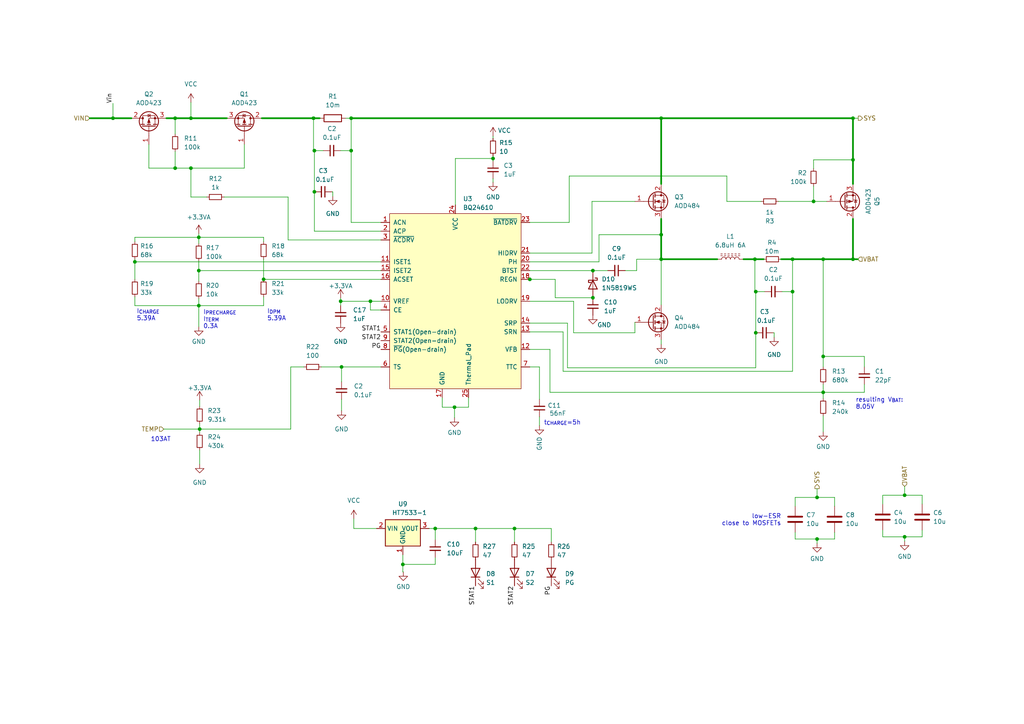
<source format=kicad_sch>
(kicad_sch (version 20230121) (generator eeschema)
  (paper "A4")
  (lib_symbols
    (symbol "Device:C" (pin_numbers hide) (pin_names (offset 0.254))
      (property "Reference" "C" (at 0.635 2.54 0))
      (property "Value" "C" (at 0.635 -2.54 0))
      (symbol "C_0_1"
        (polyline (pts (xy -2.032 -0.762) (xy 2.032 -0.762)) (stroke (width 0.508)))
        (polyline (pts (xy -2.032 0.762) (xy 2.032 0.762)) (stroke (width 0.508)))
      )
      (symbol "C_1_1"
        (pin passive line (at 0 3.81 270) (length 2.794) (name "~") (number "1"))
        (pin passive line (at 0 -3.81 90) (length 2.794) (name "~") (number "2"))
      )
    )
    (symbol "Device:C_Small" (pin_numbers hide) (pin_names (offset 0.254) hide)
      (property "Reference" "C" (at 0.254 1.778 0))
      (property "Value" "C_Small" (at 0.254 -2.032 0))
      (symbol "C_Small_0_1"
        (polyline (pts (xy -1.524 -0.508) (xy 1.524 -0.508)) (stroke (width 0.3302)))
        (polyline (pts (xy -1.524 0.508) (xy 1.524 0.508)) (stroke (width 0.3048)))
      )
      (symbol "C_Small_1_1"
        (pin passive line (at 0 2.54 270) (length 2.032) (name "~") (number "1"))
        (pin passive line (at 0 -2.54 90) (length 2.032) (name "~") (number "2"))
      )
    )
    (symbol "Device:LED" (pin_numbers hide) (pin_names (offset 1.016) hide)
      (property "Reference" "D" (at 0 2.54 0))
      (property "Value" "LED" (at 0 -2.54 0))
      (symbol "LED_0_1"
        (polyline (pts (xy -1.27 -1.27) (xy -1.27 1.27)) (stroke (width 0.254)))
        (polyline (pts (xy -1.27 0) (xy 1.27 0)))
        (polyline (pts (xy 1.27 -1.27) (xy 1.27 1.27) (xy -1.27 0) (xy 1.27 -1.27)) (stroke (width 0.254)))
        (polyline (pts (xy -3.048 -0.762) (xy -4.572 -2.286) (xy -3.81 -2.286) (xy -4.572 -2.286) (xy -4.572 -1.524)))
        (polyline (pts (xy -1.778 -0.762) (xy -3.302 -2.286) (xy -2.54 -2.286) (xy -3.302 -2.286) (xy -3.302 -1.524)))
      )
      (symbol "LED_1_1"
        (pin passive line (at -3.81 0 0) (length 2.54) (name "K") (number "1"))
        (pin passive line (at 3.81 0 180) (length 2.54) (name "A") (number "2"))
      )
    )
    (symbol "Device:L_Ferrite" (pin_numbers hide) (pin_names (offset 1.016) hide)
      (property "Reference" "L" (at -1.27 0 90))
      (property "Value" "L_Ferrite" (at 2.794 0 90))
      (symbol "L_Ferrite_0_1"
        (arc (start 0 -2.54) (mid 0.6323 -1.905) (end 0 -1.27))
        (arc (start 0 -1.27) (mid 0.6323 -0.635) (end 0 0))
        (polyline (pts (xy 1.016 -2.794) (xy 1.016 -2.286)))
        (polyline (pts (xy 1.016 -1.778) (xy 1.016 -1.27)))
        (polyline (pts (xy 1.016 -0.762) (xy 1.016 -0.254)))
        (polyline (pts (xy 1.016 0.254) (xy 1.016 0.762)))
        (polyline (pts (xy 1.016 1.27) (xy 1.016 1.778)))
        (polyline (pts (xy 1.016 2.286) (xy 1.016 2.794)))
        (polyline (pts (xy 1.524 -2.286) (xy 1.524 -2.794)))
        (polyline (pts (xy 1.524 -1.27) (xy 1.524 -1.778)))
        (polyline (pts (xy 1.524 -0.254) (xy 1.524 -0.762)))
        (polyline (pts (xy 1.524 0.762) (xy 1.524 0.254)))
        (polyline (pts (xy 1.524 1.778) (xy 1.524 1.27)))
        (polyline (pts (xy 1.524 2.794) (xy 1.524 2.286)))
        (arc (start 0 0) (mid 0.6323 0.635) (end 0 1.27))
        (arc (start 0 1.27) (mid 0.6323 1.905) (end 0 2.54))
      )
      (symbol "L_Ferrite_1_1"
        (pin passive line (at 0 3.81 270) (length 1.27) (name "1") (number "1"))
        (pin passive line (at 0 -3.81 90) (length 1.27) (name "2") (number "2"))
      )
    )
    (symbol "Device:Q_NMOS_GDS" (pin_names (offset 0) hide)
      (property "Reference" "Q" (at 5.08 1.27 0))
      (property "Value" "Q_NMOS_GDS" (at 5.08 -1.27 0))
      (symbol "Q_NMOS_GDS_0_1"
        (polyline (pts (xy 0.254 0) (xy -2.54 0)))
        (polyline (pts (xy 0.254 1.905) (xy 0.254 -1.905)) (stroke (width 0.254)))
        (polyline (pts (xy 0.762 -1.27) (xy 0.762 -2.286)) (stroke (width 0.254)))
        (polyline (pts (xy 0.762 0.508) (xy 0.762 -0.508)) (stroke (width 0.254)))
        (polyline (pts (xy 0.762 2.286) (xy 0.762 1.27)) (stroke (width 0.254)))
        (polyline (pts (xy 2.54 2.54) (xy 2.54 1.778)))
        (polyline (pts (xy 2.54 -2.54) (xy 2.54 0) (xy 0.762 0)))
        (polyline (pts (xy 0.762 -1.778) (xy 3.302 -1.778) (xy 3.302 1.778) (xy 0.762 1.778)))
        (polyline (pts (xy 1.016 0) (xy 2.032 0.381) (xy 2.032 -0.381) (xy 1.016 0)) (fill (type outline)))
        (polyline (pts (xy 2.794 0.508) (xy 2.921 0.381) (xy 3.683 0.381) (xy 3.81 0.254)))
        (polyline (pts (xy 3.302 0.381) (xy 2.921 -0.254) (xy 3.683 -0.254) (xy 3.302 0.381)))
        (circle (center 1.651 0) (radius 2.794) (stroke (width 0.254)))
        (circle (center 2.54 -1.778) (radius 0.254) (fill (type outline)))
        (circle (center 2.54 1.778) (radius 0.254) (fill (type outline)))
      )
      (symbol "Q_NMOS_GDS_1_1"
        (pin input line (at -5.08 0 0) (length 2.54) (name "G") (number "1"))
        (pin passive line (at 2.54 5.08 270) (length 2.54) (name "D") (number "2"))
        (pin passive line (at 2.54 -5.08 90) (length 2.54) (name "S") (number "3"))
      )
    )
    (symbol "Device:Q_PMOS_GDS" (pin_names (offset 0) hide)
      (property "Reference" "Q" (at 5.08 1.27 0))
      (property "Value" "Q_PMOS_GDS" (at 5.08 -1.27 0))
      (symbol "Q_PMOS_GDS_0_1"
        (polyline (pts (xy 0.254 0) (xy -2.54 0)))
        (polyline (pts (xy 0.254 1.905) (xy 0.254 -1.905)) (stroke (width 0.254)))
        (polyline (pts (xy 0.762 -1.27) (xy 0.762 -2.286)) (stroke (width 0.254)))
        (polyline (pts (xy 0.762 0.508) (xy 0.762 -0.508)) (stroke (width 0.254)))
        (polyline (pts (xy 0.762 2.286) (xy 0.762 1.27)) (stroke (width 0.254)))
        (polyline (pts (xy 2.54 2.54) (xy 2.54 1.778)))
        (polyline (pts (xy 2.54 -2.54) (xy 2.54 0) (xy 0.762 0)))
        (polyline (pts (xy 0.762 1.778) (xy 3.302 1.778) (xy 3.302 -1.778) (xy 0.762 -1.778)))
        (polyline (pts (xy 2.286 0) (xy 1.27 0.381) (xy 1.27 -0.381) (xy 2.286 0)) (fill (type outline)))
        (polyline (pts (xy 2.794 -0.508) (xy 2.921 -0.381) (xy 3.683 -0.381) (xy 3.81 -0.254)))
        (polyline (pts (xy 3.302 -0.381) (xy 2.921 0.254) (xy 3.683 0.254) (xy 3.302 -0.381)))
        (circle (center 1.651 0) (radius 2.794) (stroke (width 0.254)))
        (circle (center 2.54 -1.778) (radius 0.254) (fill (type outline)))
        (circle (center 2.54 1.778) (radius 0.254) (fill (type outline)))
      )
      (symbol "Q_PMOS_GDS_1_1"
        (pin input line (at -5.08 0 0) (length 2.54) (name "G") (number "1"))
        (pin passive line (at 2.54 5.08 270) (length 2.54) (name "D") (number "2"))
        (pin passive line (at 2.54 -5.08 90) (length 2.54) (name "S") (number "3"))
      )
    )
    (symbol "Device:R" (pin_numbers hide) (pin_names (offset 0))
      (property "Reference" "R" (at 2.032 0 90))
      (property "Value" "R" (at 0 0 90))
      (symbol "R_0_1"
        (rectangle (start -1.016 -2.54) (end 1.016 2.54) (stroke (width 0.254)))
      )
      (symbol "R_1_1"
        (pin passive line (at 0 3.81 270) (length 1.27) (name "~") (number "1"))
        (pin passive line (at 0 -3.81 90) (length 1.27) (name "~") (number "2"))
      )
    )
    (symbol "Device:R_Small" (pin_numbers hide) (pin_names (offset 0.254) hide)
      (property "Reference" "R" (at 0.762 0.508 0))
      (property "Value" "R_Small" (at 0.762 -1.016 0))
      (symbol "R_Small_0_1"
        (rectangle (start -0.762 1.778) (end 0.762 -1.778) (stroke (width 0.2032)))
      )
      (symbol "R_Small_1_1"
        (pin passive line (at 0 2.54 270) (length 0.762) (name "~") (number "1"))
        (pin passive line (at 0 -2.54 90) (length 0.762) (name "~") (number "2"))
      )
    )
    (symbol "Diode:1N5819WS" (pin_numbers hide) (pin_names (offset 1.016) hide)
      (property "Reference" "D" (at 0 2.54 0))
      (property "Value" "1N5819WS" (at 0 -2.54 0))
      (symbol "1N5819WS_0_1"
        (polyline (pts (xy 1.27 0) (xy -1.27 0)))
        (polyline (pts (xy 1.27 1.27) (xy 1.27 -1.27) (xy -1.27 0) (xy 1.27 1.27)) (stroke (width 0.254)))
        (polyline (pts (xy -1.905 0.635) (xy -1.905 1.27) (xy -1.27 1.27) (xy -1.27 -1.27) (xy -0.635 -1.27) (xy -0.635 -0.635)) (stroke (width 0.254)))
      )
      (symbol "1N5819WS_1_1"
        (pin passive line (at -3.81 0 0) (length 2.54) (name "K") (number "1"))
        (pin passive line (at 3.81 0 180) (length 2.54) (name "A") (number "2"))
      )
    )
    (symbol "Jitter Components:BQ24610" (pin_names (offset 1.016))
      (property "Reference" "U" (at 0 0 0))
      (property "Value" "BQ24610" (at 0 2.54 0))
      (symbol "BQ24610_0_1"
        (rectangle (start 19.05 25.4) (end -19.05 -25.4) (fill (type background)))
      )
      (symbol "BQ24610_1_1"
        (pin input line (at -21.59 22.86 0) (length 2.54) (name "ACN") (number "1"))
        (pin input line (at -21.59 0 0) (length 2.54) (name "VREF") (number "10"))
        (pin input line (at -21.59 11.43 0) (length 2.54) (name "ISET1") (number "11"))
        (pin output line (at 21.59 -13.97 180) (length 2.54) (name "VFB") (number "12"))
        (pin input line (at 21.59 -8.89 180) (length 2.54) (name "SRN") (number "13"))
        (pin input line (at 21.59 -6.35 180) (length 2.54) (name "SRP") (number "14"))
        (pin input line (at -21.59 8.89 0) (length 2.54) (name "ISET2") (number "15"))
        (pin input line (at -21.59 6.35 0) (length 2.54) (name "ACSET") (number "16"))
        (pin power_in line (at -3.81 -27.94 90) (length 2.54) (name "GND") (number "17"))
        (pin output line (at 21.59 6.35 180) (length 2.54) (name "REGN") (number "18"))
        (pin output line (at 21.59 0 180) (length 2.54) (name "LODRV") (number "19"))
        (pin input line (at -21.59 20.32 0) (length 2.54) (name "ACP") (number "2"))
        (pin output line (at 21.59 11.43 180) (length 2.54) (name "PH") (number "20"))
        (pin output line (at 21.59 13.97 180) (length 2.54) (name "HIDRV") (number "21"))
        (pin output line (at 21.59 8.89 180) (length 2.54) (name "BTST") (number "22"))
        (pin input line (at 21.59 22.86 180) (length 2.54) (name "~{BATDRV}") (number "23"))
        (pin power_in line (at 0 27.94 270) (length 2.54) (name "VCC") (number "24"))
        (pin power_in line (at 3.81 -27.94 90) (length 2.54) (name "Thermal_Pad") (number "25"))
        (pin output line (at -21.59 17.78 0) (length 2.54) (name "~{ACDRV}") (number "3"))
        (pin input line (at -21.59 -2.54 0) (length 2.54) (name "CE") (number "4"))
        (pin open_collector line (at -21.59 -8.89 0) (length 2.54) (name "STAT1(Open-drain)") (number "5"))
        (pin input line (at -21.59 -19.05 0) (length 2.54) (name "TS") (number "6"))
        (pin input line (at 21.59 -19.05 180) (length 2.54) (name "TTC") (number "7"))
        (pin open_collector line (at -21.59 -13.97 0) (length 2.54) (name "~{PG}(Open-drain)") (number "8"))
        (pin open_collector line (at -21.59 -11.43 0) (length 2.54) (name "STAT2(Open-drain)") (number "9"))
      )
    )
    (symbol "Regulator_Linear:HT75xx-1-SOT89"
      (property "Reference" "U" (at -5.08 -3.81 0))
      (property "Value" "HT75xx-1-SOT89" (at 0 6.35 0))
      (symbol "HT75xx-1-SOT89_0_1"
        (rectangle (start -5.08 5.08) (end 5.08 -2.54) (stroke (width 0.254)) (fill (type background)))
      )
      (symbol "HT75xx-1-SOT89_1_1"
        (pin power_in line (at 0 -5.08 90) (length 2.54) (name "GND") (number "1"))
        (pin power_in line (at -7.62 2.54 0) (length 2.54) (name "VIN") (number "2"))
        (pin power_out line (at 7.62 2.54 180) (length 2.54) (name "VOUT") (number "3"))
      )
    )
    (symbol "power:+3.3VA" (power) (pin_names (offset 0))
      (property "Value" "+3.3VA" (at 0 3.556 0))
      (symbol "+3.3VA_0_1"
        (polyline (pts (xy -0.762 1.27) (xy 0 2.54)))
        (polyline (pts (xy 0 0) (xy 0 2.54)))
        (polyline (pts (xy 0 2.54) (xy 0.762 1.27)))
      )
      (symbol "+3.3VA_1_1"
        (pin power_in line (at 0 0 90) (length 0) hide (name "+3.3VA") (number "1"))
      )
    )
    (symbol "power:GND" (power) (pin_names (offset 0))
      (property "Value" "GND" (at 0 -3.81 0))
      (symbol "GND_0_1"
        (polyline (pts (xy 0 0) (xy 0 -1.27) (xy 1.27 -1.27) (xy 0 -2.54) (xy -1.27 -1.27) (xy 0 -1.27)))
      )
      (symbol "GND_1_1"
        (pin power_in line (at 0 0 270) (length 0) hide (name "GND") (number "1"))
      )
    )
    (symbol "power:VCC" (power) (pin_names (offset 0))
      (property "Value" "VCC" (at 0 3.81 0))
      (symbol "VCC_0_1"
        (polyline (pts (xy -0.762 1.27) (xy 0 2.54)))
        (polyline (pts (xy 0 0) (xy 0 2.54)))
        (polyline (pts (xy 0 2.54) (xy 0.762 1.27)))
      )
      (symbol "VCC_1_1"
        (pin power_in line (at 0 0 90) (length 0) hide (name "VCC") (number "1"))
      )
    )
  )
  (junction (at 39.116 75.946))
  (junction (at 247.396 75.184))
  (junction (at 235.966 58.42))
  (junction (at 50.8 48.768))
  (junction (at 262.382 143.637))
  (junction (at 149.225 153.289))
  (junction (at 116.84 163.703))
  (junction (at 143.002 45.974))
  (junction (at 101.854 34.29))
  (junction (at 191.77 75.184))
  (junction (at 57.658 68.834))
  (junction (at 32.766 34.29))
  (junction (at 107.442 87.376))
  (junction (at 91.186 55.626))
  (junction (at 247.396 46.355))
  (junction (at 57.658 78.486))
  (junction (at 171.958 78.486))
  (junction (at 238.76 113.792))
  (junction (at 229.87 75.184))
  (junction (at 98.806 87.376))
  (junction (at 57.912 124.46))
  (junction (at 229.87 84.582))
  (junction (at 153.67 81.026))
  (junction (at 126.238 153.289))
  (junction (at 218.948 75.184))
  (junction (at 191.77 68.072))
  (junction (at 99.06 106.426))
  (junction (at 171.958 86.36))
  (junction (at 236.982 156.337))
  (junction (at 131.826 118.11))
  (junction (at 76.454 81.026))
  (junction (at 238.76 75.184))
  (junction (at 247.396 34.29))
  (junction (at 101.854 43.688))
  (junction (at 219.202 84.582))
  (junction (at 219.202 96.52))
  (junction (at 57.658 88.646))
  (junction (at 91.186 43.688))
  (junction (at 90.932 34.29))
  (junction (at 236.982 144.272))
  (junction (at 50.8 34.29))
  (junction (at 238.76 103.378))
  (junction (at 55.372 48.768))
  (junction (at 55.372 34.29))
  (junction (at 262.382 155.702))
  (junction (at 191.77 34.29))
  (junction (at 137.922 153.289))
  (wire (pts (xy 242.062 154.432) (xy 242.062 156.337)))
  (wire (pts (xy 137.922 153.289) (xy 137.922 157.226)))
  (wire (pts (xy 218.948 75.184) (xy 221.488 75.184)) (stroke (width 0.5)))
  (wire (pts (xy 236.982 144.272) (xy 242.062 144.272)))
  (wire (pts (xy 219.202 96.52) (xy 219.202 106.68)))
  (wire (pts (xy 57.912 124.46) (xy 84.328 124.46)))
  (wire (pts (xy 166.37 96.52) (xy 184.15 96.52)))
  (wire (pts (xy 70.866 48.768) (xy 70.866 41.91)))
  (wire (pts (xy 163.322 96.266) (xy 153.67 96.266)))
  (wire (pts (xy 184.15 96.52) (xy 184.15 93.472)))
  (wire (pts (xy 236.982 141.732) (xy 236.982 144.272)))
  (wire (pts (xy 91.186 55.626) (xy 91.186 67.056)))
  (wire (pts (xy 163.322 107.696) (xy 163.322 96.266)))
  (wire (pts (xy 238.76 75.184) (xy 247.396 75.184)) (stroke (width 0.5)))
  (wire (pts (xy 57.658 68.834) (xy 57.658 70.612)))
  (wire (pts (xy 110.49 89.916) (xy 107.442 89.916)))
  (wire (pts (xy 99.06 110.744) (xy 99.06 106.426)))
  (wire (pts (xy 50.8 43.942) (xy 50.8 48.768)))
  (wire (pts (xy 131.826 118.11) (xy 131.826 121.158)))
  (wire (pts (xy 250.698 113.792) (xy 250.698 111.506)))
  (wire (pts (xy 101.854 43.688) (xy 101.854 64.516)))
  (wire (pts (xy 184.658 75.184) (xy 191.77 75.184)))
  (wire (pts (xy 247.396 34.29) (xy 248.92 34.29)))
  (wire (pts (xy 65.024 57.15) (xy 83.566 57.15)))
  (wire (pts (xy 57.912 122.936) (xy 57.912 124.46)))
  (wire (pts (xy 262.382 141.097) (xy 262.382 143.637)))
  (wire (pts (xy 132.08 45.974) (xy 132.08 59.436)))
  (wire (pts (xy 230.632 156.337) (xy 230.632 154.432)))
  (wire (pts (xy 91.186 43.688) (xy 91.186 55.626)))
  (wire (pts (xy 236.982 156.337) (xy 230.632 156.337)))
  (wire (pts (xy 267.462 155.702) (xy 262.382 155.702)))
  (wire (pts (xy 250.698 103.378) (xy 238.76 103.378)))
  (wire (pts (xy 110.49 67.056) (xy 91.186 67.056)))
  (wire (pts (xy 57.658 88.646) (xy 57.658 94.742)))
  (wire (pts (xy 153.67 81.026) (xy 153.416 81.026)))
  (wire (pts (xy 149.225 153.289) (xy 149.225 157.226)))
  (wire (pts (xy 100.33 34.29) (xy 101.854 34.29)))
  (wire (pts (xy 50.8 34.29) (xy 50.8 38.862)))
  (wire (pts (xy 48.26 34.29) (xy 50.8 34.29)) (stroke (width 0.5)))
  (wire (pts (xy 153.67 73.406) (xy 171.704 73.406)))
  (wire (pts (xy 238.76 75.184) (xy 238.76 103.378)))
  (wire (pts (xy 76.454 68.834) (xy 76.454 70.104)))
  (wire (pts (xy 165.1 51.054) (xy 165.1 64.516)))
  (wire (pts (xy 184.658 78.486) (xy 181.356 78.486)))
  (wire (pts (xy 238.76 120.65) (xy 238.76 125.222)))
  (wire (pts (xy 224.282 96.52) (xy 224.536 96.52)))
  (wire (pts (xy 102.616 150.495) (xy 102.616 153.289)))
  (wire (pts (xy 57.658 75.692) (xy 57.658 78.486)))
  (wire (pts (xy 93.218 106.426) (xy 99.06 106.426)))
  (wire (pts (xy 191.77 63.5) (xy 191.77 68.072)) (stroke (width 0.5)))
  (wire (pts (xy 156.464 123.444) (xy 156.464 120.904)))
  (wire (pts (xy 229.87 75.184) (xy 238.76 75.184)) (stroke (width 0.5)))
  (wire (pts (xy 137.922 153.289) (xy 149.225 153.289)))
  (wire (pts (xy 99.06 106.426) (xy 110.49 106.426)))
  (wire (pts (xy 50.8 48.768) (xy 55.372 48.768)))
  (wire (pts (xy 153.67 87.376) (xy 166.37 87.376)))
  (wire (pts (xy 262.382 155.702) (xy 262.382 156.972)))
  (wire (pts (xy 164.592 93.726) (xy 164.592 106.68)))
  (wire (pts (xy 161.036 86.36) (xy 161.036 81.026)))
  (wire (pts (xy 50.8 34.29) (xy 55.372 34.29)) (stroke (width 0.5)))
  (wire (pts (xy 191.77 34.29) (xy 247.396 34.29)) (stroke (width 0.5)))
  (wire (pts (xy 57.658 88.646) (xy 76.454 88.646)))
  (wire (pts (xy 156.464 106.426) (xy 153.67 106.426)))
  (wire (pts (xy 101.854 34.29) (xy 191.77 34.29)) (stroke (width 0.5)))
  (wire (pts (xy 43.18 41.91) (xy 43.18 48.768)))
  (wire (pts (xy 153.67 101.346) (xy 159.512 101.346)))
  (wire (pts (xy 55.372 48.768) (xy 70.866 48.768)))
  (wire (pts (xy 102.616 153.289) (xy 109.22 153.289)))
  (wire (pts (xy 39.116 75.946) (xy 110.49 75.946)))
  (wire (pts (xy 171.704 73.406) (xy 171.704 58.42)))
  (wire (pts (xy 76.454 81.026) (xy 110.49 81.026)))
  (wire (pts (xy 143.002 45.974) (xy 143.002 45.212)))
  (wire (pts (xy 26.035 34.29) (xy 32.766 34.29)) (stroke (width 0.5)))
  (wire (pts (xy 235.966 46.355) (xy 247.396 46.355)))
  (wire (pts (xy 126.238 163.703) (xy 116.84 163.703)))
  (wire (pts (xy 90.932 34.29) (xy 90.932 43.688)))
  (wire (pts (xy 55.372 34.29) (xy 65.786 34.29)) (stroke (width 0.5)))
  (wire (pts (xy 128.27 118.11) (xy 131.826 118.11)))
  (wire (pts (xy 262.382 143.637) (xy 256.032 143.637)))
  (wire (pts (xy 267.462 153.797) (xy 267.462 155.702)))
  (wire (pts (xy 242.062 144.272) (xy 242.062 146.812)))
  (wire (pts (xy 126.238 153.289) (xy 126.238 156.591)))
  (wire (pts (xy 98.806 43.688) (xy 101.854 43.688)))
  (wire (pts (xy 107.442 89.916) (xy 107.442 87.376)))
  (wire (pts (xy 173.736 68.072) (xy 191.77 68.072)))
  (wire (pts (xy 57.658 78.486) (xy 57.658 81.534)))
  (wire (pts (xy 210.82 58.42) (xy 210.82 51.054)))
  (wire (pts (xy 220.726 58.42) (xy 210.82 58.42)))
  (wire (pts (xy 57.912 124.46) (xy 57.912 125.476)))
  (wire (pts (xy 32.766 29.972) (xy 32.766 34.29)))
  (wire (pts (xy 238.76 103.378) (xy 238.76 106.426)))
  (wire (pts (xy 137.922 153.289) (xy 126.238 153.289)))
  (wire (pts (xy 238.76 113.792) (xy 238.76 115.57)))
  (wire (pts (xy 98.806 87.376) (xy 98.806 88.646)))
  (wire (pts (xy 171.958 78.486) (xy 171.958 78.74)))
  (wire (pts (xy 83.566 69.596) (xy 110.49 69.596)))
  (wire (pts (xy 191.77 98.552) (xy 191.77 99.822)))
  (wire (pts (xy 76.454 88.646) (xy 76.454 86.106)))
  (wire (pts (xy 247.396 34.29) (xy 247.396 46.355)) (stroke (width 0.5)))
  (wire (pts (xy 110.49 64.516) (xy 101.854 64.516)))
  (wire (pts (xy 191.77 75.184) (xy 208.026 75.184)) (stroke (width 0.5)))
  (wire (pts (xy 218.948 75.184) (xy 218.948 84.582)))
  (wire (pts (xy 248.793 75.184) (xy 247.396 75.184)) (stroke (width 0.5)))
  (wire (pts (xy 238.76 113.792) (xy 159.512 113.792)))
  (wire (pts (xy 224.536 96.52) (xy 224.536 97.79)))
  (wire (pts (xy 229.87 75.184) (xy 229.87 84.582)))
  (wire (pts (xy 247.396 46.355) (xy 247.396 53.34)) (stroke (width 0.5)))
  (wire (pts (xy 161.036 86.36) (xy 171.958 86.36)))
  (wire (pts (xy 215.646 75.184) (xy 218.948 75.184)) (stroke (width 0.5)))
  (wire (pts (xy 239.776 58.42) (xy 235.966 58.42)))
  (wire (pts (xy 39.116 68.834) (xy 57.658 68.834)))
  (wire (pts (xy 235.966 53.975) (xy 235.966 58.42)))
  (wire (pts (xy 57.658 67.818) (xy 57.658 68.834)))
  (wire (pts (xy 173.736 75.946) (xy 173.736 68.072)))
  (wire (pts (xy 156.464 115.824) (xy 156.464 106.426)))
  (wire (pts (xy 135.89 118.11) (xy 135.89 115.316)))
  (wire (pts (xy 32.766 34.29) (xy 32.512 34.29)))
  (wire (pts (xy 76.454 75.184) (xy 76.454 81.026)))
  (wire (pts (xy 143.002 46.736) (xy 143.002 45.974)))
  (wire (pts (xy 153.67 93.726) (xy 164.592 93.726)))
  (wire (pts (xy 47.498 124.46) (xy 57.912 124.46)))
  (wire (pts (xy 55.372 57.15) (xy 55.372 48.768)))
  (wire (pts (xy 229.87 84.582) (xy 229.87 107.696)))
  (wire (pts (xy 226.568 75.184) (xy 229.87 75.184)) (stroke (width 0.5)))
  (wire (pts (xy 84.328 106.426) (xy 88.138 106.426)))
  (wire (pts (xy 218.948 84.582) (xy 219.202 84.582)))
  (wire (pts (xy 143.002 40.132) (xy 143.002 39.497)))
  (wire (pts (xy 57.912 130.556) (xy 57.912 134.62)))
  (wire (pts (xy 116.84 163.703) (xy 116.84 165.862)))
  (wire (pts (xy 267.462 143.637) (xy 267.462 146.177)))
  (wire (pts (xy 171.958 78.486) (xy 176.276 78.486)))
  (wire (pts (xy 43.18 48.768) (xy 50.8 48.768)))
  (wire (pts (xy 39.116 88.646) (xy 57.658 88.646)))
  (wire (pts (xy 39.116 86.106) (xy 39.116 88.646)))
  (wire (pts (xy 96.52 55.626) (xy 96.52 56.896)))
  (wire (pts (xy 39.116 70.104) (xy 39.116 68.834)))
  (wire (pts (xy 99.06 119.126) (xy 99.06 115.824)))
  (wire (pts (xy 57.912 116.078) (xy 57.912 117.856)))
  (wire (pts (xy 59.944 57.15) (xy 55.372 57.15)))
  (wire (pts (xy 143.002 45.974) (xy 132.08 45.974)))
  (wire (pts (xy 219.202 84.582) (xy 221.742 84.582)))
  (wire (pts (xy 166.37 87.376) (xy 166.37 96.52)))
  (wire (pts (xy 90.932 34.29) (xy 92.71 34.29)) (stroke (width 0.5)))
  (wire (pts (xy 161.036 81.026) (xy 153.67 81.026)))
  (wire (pts (xy 225.806 58.42) (xy 235.966 58.42)))
  (wire (pts (xy 116.84 160.909) (xy 116.84 163.703)))
  (wire (pts (xy 191.77 68.072) (xy 191.77 75.184)) (stroke (width 0.5)))
  (wire (pts (xy 126.238 161.671) (xy 126.238 163.703)))
  (wire (pts (xy 210.82 51.054) (xy 165.1 51.054)))
  (wire (pts (xy 236.982 156.337) (xy 236.982 157.607)))
  (wire (pts (xy 128.27 115.316) (xy 128.27 118.11)))
  (wire (pts (xy 96.266 55.626) (xy 96.52 55.626)))
  (wire (pts (xy 226.822 84.582) (xy 229.87 84.582)))
  (wire (pts (xy 153.67 75.946) (xy 173.736 75.946)))
  (wire (pts (xy 191.77 34.29) (xy 191.77 53.34)) (stroke (width 0.5)))
  (wire (pts (xy 238.76 111.506) (xy 238.76 113.792)))
  (wire (pts (xy 90.932 43.688) (xy 91.186 43.688)))
  (wire (pts (xy 101.854 34.29) (xy 101.854 43.688)))
  (wire (pts (xy 107.442 87.376) (xy 98.806 87.376)))
  (wire (pts (xy 84.328 124.46) (xy 84.328 106.426)))
  (wire (pts (xy 83.566 57.15) (xy 83.566 69.596)))
  (wire (pts (xy 32.766 34.29) (xy 38.1 34.29)) (stroke (width 0.5)))
  (wire (pts (xy 159.512 113.792) (xy 159.512 101.346)))
  (wire (pts (xy 256.032 143.637) (xy 256.032 146.177)))
  (wire (pts (xy 164.592 106.68) (xy 219.202 106.68)))
  (wire (pts (xy 39.116 75.946) (xy 39.116 81.026)))
  (wire (pts (xy 242.062 156.337) (xy 236.982 156.337)))
  (wire (pts (xy 256.032 155.702) (xy 256.032 153.797)))
  (wire (pts (xy 116.84 165.862) (xy 116.967 165.862)))
  (wire (pts (xy 229.87 107.696) (xy 163.322 107.696)))
  (wire (pts (xy 262.382 155.702) (xy 256.032 155.702)))
  (wire (pts (xy 57.658 86.614) (xy 57.658 88.646)))
  (wire (pts (xy 230.632 144.272) (xy 230.632 146.812)))
  (wire (pts (xy 235.966 48.895) (xy 235.966 46.355)))
  (wire (pts (xy 153.67 78.486) (xy 171.958 78.486)))
  (wire (pts (xy 149.225 153.289) (xy 159.893 153.289)))
  (wire (pts (xy 250.698 106.426) (xy 250.698 103.378)))
  (wire (pts (xy 191.77 75.184) (xy 191.77 88.392)))
  (wire (pts (xy 238.76 113.792) (xy 250.698 113.792)))
  (wire (pts (xy 91.186 43.688) (xy 93.726 43.688)))
  (wire (pts (xy 55.372 29.718) (xy 55.372 34.29)))
  (wire (pts (xy 153.67 64.516) (xy 165.1 64.516)))
  (wire (pts (xy 219.202 84.582) (xy 219.202 96.52)))
  (wire (pts (xy 126.238 153.289) (xy 124.46 153.289)))
  (wire (pts (xy 171.704 58.42) (xy 184.15 58.42)))
  (wire (pts (xy 262.382 143.637) (xy 267.462 143.637)))
  (wire (pts (xy 236.982 144.272) (xy 230.632 144.272)))
  (wire (pts (xy 39.116 75.184) (xy 39.116 75.946)))
  (wire (pts (xy 98.806 87.376) (xy 98.806 86.487)))
  (wire (pts (xy 247.396 63.5) (xy 247.396 75.184)) (stroke (width 0.5)))
  (wire (pts (xy 159.893 153.289) (xy 159.893 157.226)))
  (wire (pts (xy 131.826 118.11) (xy 135.89 118.11)))
  (wire (pts (xy 57.658 68.834) (xy 76.454 68.834)))
  (wire (pts (xy 57.658 78.486) (xy 110.49 78.486)))
  (wire (pts (xy 143.002 52.832) (xy 143.002 51.816)))
  (wire (pts (xy 75.946 34.29) (xy 90.932 34.29)) (stroke (width 0.5)))
  (wire (pts (xy 110.49 87.376) (xy 107.442 87.376)))
  (wire (pts (xy 184.658 78.486) (xy 184.658 75.184)))
  (text "low-ESR\nclose to MOSFETs" (at 226.568 152.654 0) (effects (font (size 1.27 1.27)) (justify right bottom)))
  (text "I_{PRECHARGE}\nI_{TERM}\n0.3A" (at 58.928 95.504 0) (effects (font (size 1.27 1.27)) (justify left bottom)))
  (text "resulting V_{BAT}:\n8.05V" (at 248.158 118.872 0) (effects (font (size 1.27 1.27)) (justify left bottom)))
  (text "t_{CHARGE}=5h" (at 157.734 123.444 0) (effects (font (size 1.27 1.27)) (justify left bottom)))
  (text "I_{CHARGE}\n5.39A" (at 39.624 93.218 0) (effects (font (size 1.27 1.27)) (justify left bottom)))
  (text "I_{DPM}\n5.39A" (at 77.47 93.218 0) (effects (font (size 1.27 1.27)) (justify left bottom)))
  (text "103AT" (at 43.688 128.27 0) (effects (font (size 1.27 1.27)) (justify left bottom)))
  (label "STAT1" (at 110.49 96.266 180))
  (label "PG" (at 110.49 101.346 180))
  (label "STAT2" (at 149.225 169.926 270))
  (label "STAT2" (at 110.49 98.806 180))
  (label "PG" (at 159.893 169.926 270))
  (label "STAT1" (at 137.922 169.926 270))
  (label "Vin" (at 32.766 29.972 90))
  (hierarchical_label "VBAT" (shape input) (at 262.382 141.097 90))
  (hierarchical_label "SYS" (shape output) (at 248.92 34.29 0))
  (hierarchical_label "VIN" (shape input) (at 26.035 34.29 180))
  (hierarchical_label "VBAT" (shape input) (at 248.793 75.184 0))
  (hierarchical_label "SYS" (shape output) (at 236.982 141.732 90))
  (hierarchical_label "TEMP" (shape input) (at 47.498 124.46 180))
  (symbol (lib_id "Device:C_Small") (at 99.06 113.284 180) (unit 1)
    (property "Reference" "C2" (at 102.616 112.0076 0) (effects (justify right)))
    (property "Value" "0.1uF" (at 102.616 114.5476 0) (effects (justify right)))
    (property "Footprint" "Capacitor_SMD:C_0805_2012Metric" (effects hide))
    (instances (project "ups-12v" (path "" (reference "C2") (unit 1)) (path "" (reference "C18") (unit 1))))
  )
  (symbol (lib_id "power:+3.3VA") (at 57.912 116.078 0) (unit 1)
    (property "Reference" "#PWR029" (effects hide))
    (property "Value" "+3.3VA" (at 57.912 112.522 0))
  )
  (symbol (lib_id "power:GND") (at 191.77 99.822 0) (unit 1)
    (property "Reference" "#PWR01" (effects hide))
    (property "Value" "GND" (at 191.77 104.902 0))
    (instances (project "ups-12v" (path "" (reference "#PWR01") (unit 1)) (path "" (reference "#PWR04") (unit 1))))
  )
  (symbol (lib_id "power:VCC") (at 55.372 29.718 0) (unit 1)
    (property "Reference" "#PWR011" (effects hide))
    (property "Value" "VCC" (at 55.372 24.384 0))
  )
  (symbol (lib_id "Regulator_Linear:HT75xx-1-SOT89") (at 116.84 155.829 0) (unit 1)
    (property "Reference" "U9" (at 116.84 146.177 0))
    (property "Value" "    HT7533-1" (at 116.84 148.717 0))
    (property "Footprint" "Package_TO_SOT_SMD:SOT-89-3" (effects hide))
    (property "Datasheet" "https://www.holtek.com/documents/10179/116711/HT75xx-1v250.pdf" (effects hide))
  )
  (symbol (lib_id "power:GND") (at 116.967 165.862 0) (unit 1)
    (property "Reference" "#PWR017" (effects hide))
    (property "Value" "GND" (at 116.967 170.18 0))
  )
  (symbol (lib_id "Device:C") (at 256.032 149.987 0) (unit 1)
    (property "Reference" "C4" (at 259.207 148.717 0) (effects (justify left)))
    (property "Value" "10u" (at 259.207 151.257 0) (effects (justify left)))
    (property "Footprint" "Capacitor_SMD:C_0805_2012Metric" (effects hide))
    (instances (project "ups-12v" (path "" (reference "C4") (unit 1)) (path "" (reference "C9") (unit 1))))
  )
  (symbol (lib_id "power:VCC") (at 102.616 150.495 0) (unit 1)
    (property "Reference" "#PWR037" (effects hide))
    (property "Value" "VCC" (at 102.616 145.161 0))
  )
  (symbol (lib_id "Device:C_Small") (at 178.816 78.486 270) (unit 1)
    (property "Reference" "C9" (at 178.8096 72.136 90))
    (property "Value" "0.1uF" (at 178.8096 74.676 90))
    (property "Footprint" "Capacitor_SMD:C_0805_2012Metric" (effects hide))
    (instances (project "ups-12v" (path "" (reference "C9") (unit 1)) (path "" (reference "C5") (unit 1))))
  )
  (symbol (lib_id "power:GND") (at 98.806 93.726 0) (unit 1)
    (property "Reference" "#PWR024" (effects hide))
    (property "Value" "GND" (at 98.806 99.06 0))
  )
  (symbol (lib_id "Device:R_Small") (at 57.912 120.396 180) (unit 1)
    (property "Reference" "R23" (at 60.198 119.126 0) (effects (justify right)))
    (property "Value" "9.31k" (at 60.198 121.666 0) (effects (justify right)))
    (property "Footprint" "Resistor_SMD:R_0805_2012Metric" (effects hide))
  )
  (symbol (lib_id "Device:C_Small") (at 143.002 49.276 0) (unit 1)
    (property "Reference" "C3" (at 146.05 48.0123 0) (effects (justify left)))
    (property "Value" "1uF" (at 146.05 50.5523 0) (effects (justify left)))
    (property "Footprint" "Capacitor_SMD:C_0805_2012Metric" (effects hide))
  )
  (symbol (lib_id "power:GND") (at 96.52 56.896 0) (unit 1)
    (property "Reference" "#PWR02" (effects hide))
    (property "Value" "GND" (at 96.52 61.976 0))
    (instances (project "ups-12v" (path "" (reference "#PWR02") (unit 1)) (path "" (reference "#PWR022") (unit 1))))
  )
  (symbol (lib_id "power:VCC") (at 143.002 39.497 0) (unit 1)
    (property "Reference" "#PWR036" (effects hide))
    (property "Value" "VCC" (at 146.304 37.846 0))
  )
  (symbol (lib_id "power:GND") (at 156.464 123.444 0) (unit 1)
    (property "Reference" "#PWR06" (effects hide))
    (property "Value" "GND" (at 156.464 126.619 90) (effects (justify right)))
    (instances (project "ups-12v" (path "" (reference "#PWR06") (unit 1)) (path "" (reference "#PWR021") (unit 1))))
  )
  (symbol (lib_id "Device:Q_PMOS_GDS") (at 43.18 36.83 90) (unit 1)
    (property "Reference" "Q2" (at 43.18 27.305 90))
    (property "Value" "AOD423" (at 43.18 29.845 90))
    (property "Footprint" "Package_TO_SOT_SMD:TO-252-2" (effects hide))
  )
  (symbol (lib_id "Device:R_Small") (at 57.658 84.074 0) (unit 1)
    (property "Reference" "R20" (at 59.69 82.804 0) (effects (justify left)))
    (property "Value" "10k" (at 59.69 85.344 0) (effects (justify left)))
    (property "Footprint" "Resistor_SMD:R_0805_2012Metric" (effects hide))
  )
  (symbol (lib_id "Device:R_Small") (at 76.454 72.644 0) (unit 1)
    (property "Reference" "R18" (at 78.74 71.374 0) (effects (justify left)))
    (property "Value" "68k" (at 78.74 73.914 0) (effects (justify left)))
    (property "Footprint" "Resistor_SMD:R_0805_2012Metric" (effects hide))
  )
  (symbol (lib_id "Diode:1N5819WS") (at 171.958 82.55 270) (unit 1)
    (property "Reference" "D10" (at 174.498 80.9625 90) (effects (justify left)))
    (property "Value" "1N5819WS" (at 174.498 83.5025 90) (effects (justify left)))
    (property "Footprint" "Diode_SMD:D_SOD-323" (effects hide))
    (property "Datasheet" "https://datasheet.lcsc.com/lcsc/2204281430_Guangdong-Hottech-1N5819WS_C191023.pdf" (effects hide))
  )
  (symbol (lib_id "Device:C_Small") (at 171.958 88.9 0) (unit 1)
    (property "Reference" "C10" (at 175.133 87.6363 0) (effects (justify left)))
    (property "Value" "1uF" (at 175.133 90.1763 0) (effects (justify left)))
    (property "Footprint" "Capacitor_SMD:C_0805_2012Metric" (effects hide))
    (instances (project "ups-12v" (path "" (reference "C10") (unit 1)) (path "" (reference "C4") (unit 1))))
  )
  (symbol (lib_id "power:GND") (at 224.536 97.79 0) (unit 1)
    (property "Reference" "#PWR02" (effects hide))
    (property "Value" "GND" (at 224.536 102.87 0))
    (instances (project "ups-12v" (path "" (reference "#PWR02") (unit 1)) (path "" (reference "#PWR01") (unit 1))))
  )
  (symbol (lib_id "power:GND") (at 131.826 121.158 0) (unit 1)
    (property "Reference" "#PWR027" (effects hide))
    (property "Value" "GND" (at 131.826 125.476 0))
  )
  (symbol (lib_id "Device:C_Small") (at 224.282 84.582 90) (unit 1)
    (property "Reference" "C2" (at 224.2883 78.232 90))
    (property "Value" "0.1uF" (at 224.2883 80.772 90))
    (property "Footprint" "Capacitor_SMD:C_0805_2012Metric" (effects hide))
    (instances (project "ups-12v" (path "" (reference "C2") (unit 1)) (path "" (reference "C6") (unit 1))))
  )
  (symbol (lib_id "Device:R_Small") (at 57.658 73.152 0) (unit 1)
    (property "Reference" "R17" (at 59.69 71.882 0) (effects (justify left)))
    (property "Value" "100k" (at 59.69 74.422 0) (effects (justify left)))
    (property "Footprint" "Resistor_SMD:R_0805_2012Metric" (effects hide))
  )
  (symbol (lib_id "Device:Q_NMOS_GDS") (at 189.23 58.42 0) (unit 1)
    (property "Reference" "Q3" (at 195.58 57.15 0) (effects (justify left)))
    (property "Value" "AOD484" (at 195.58 59.69 0) (effects (justify left)))
    (property "Footprint" "Package_TO_SOT_SMD:TO-252-2" (effects hide))
  )
  (symbol (lib_id "Device:R_Small") (at 90.678 106.426 90) (unit 1)
    (property "Reference" "R22" (at 90.678 100.584 90))
    (property "Value" "100" (at 90.678 103.124 90))
    (property "Footprint" "Resistor_SMD:R_0805_2012Metric" (effects hide))
  )
  (symbol (lib_id "Device:R_Small") (at 143.002 42.672 0) (unit 1)
    (property "Reference" "R15" (at 144.78 41.402 0) (effects (justify left)))
    (property "Value" "10" (at 144.78 43.942 0) (effects (justify left)))
    (property "Footprint" "Resistor_SMD:R_0805_2012Metric" (effects hide))
  )
  (symbol (lib_id "Device:L_Ferrite") (at 211.836 75.184 90) (unit 1)
    (property "Reference" "L1" (at 211.836 68.58 90))
    (property "Value" "6.8uH 6A" (at 211.836 71.12 90))
    (property "Footprint" "Inductor_SMD:L_Fastron_PISR" (effects hide))
  )
  (symbol (lib_id "power:+3.3VA") (at 57.658 67.818 0) (unit 1)
    (property "Reference" "#PWR025" (effects hide))
    (property "Value" "+3.3VA" (at 57.658 62.992 0))
  )
  (symbol (lib_id "Jitter Components:BQ24610") (at 132.08 87.376 0) (unit 1)
    (property "Reference" "U3" (at 134.2741 57.658 0) (effects (justify left)))
    (property "Value" "BQ24610" (at 134.2741 60.198 0) (effects (justify left)))
    (property "Footprint" "Package_DFN_QFN:VQFN-24-1EP_4x4mm_P0.5mm_EP2.45x2.45mm_ThermalVias" (effects hide))
  )
  (symbol (lib_id "Device:R") (at 96.52 34.29 90) (unit 1)
    (property "Reference" "R1" (at 96.52 27.94 90))
    (property "Value" "10m" (at 96.52 30.48 90))
    (property "Footprint" "Resistor_SMD:R_2512_6332Metric" (effects hide))
  )
  (symbol (lib_id "Device:R_Small") (at 57.912 128.016 180) (unit 1)
    (property "Reference" "R24" (at 60.198 126.746 0) (effects (justify right)))
    (property "Value" "430k" (at 60.198 129.286 0) (effects (justify right)))
    (property "Footprint" "Resistor_SMD:R_0805_2012Metric" (effects hide))
  )
  (symbol (lib_id "Device:C") (at 242.062 150.622 0) (unit 1)
    (property "Reference" "C8" (at 245.237 149.352 0) (effects (justify left)))
    (property "Value" "10u" (at 245.237 151.892 0) (effects (justify left)))
    (property "Footprint" "Capacitor_SMD:C_0805_2012Metric" (effects hide))
  )
  (symbol (lib_id "Device:C_Small") (at 93.726 55.626 270) (unit 1)
    (property "Reference" "C3" (at 93.7196 49.53 90))
    (property "Value" "0.1uF" (at 94.234 52.07 90))
    (property "Footprint" "Capacitor_SMD:C_0805_2012Metric" (effects hide))
    (instances (project "ups-12v" (path "" (reference "C3") (unit 1)) (path "" (reference "C15") (unit 1))))
  )
  (symbol (lib_id "power:GND") (at 262.382 156.972 0) (unit 1)
    (property "Reference" "#PWR03" (effects hide))
    (property "Value" "GND" (at 262.382 161.417 0))
    (instances (project "ups-12v" (path "" (reference "#PWR03") (unit 1)) (path "" (reference "#PWR06") (unit 1))))
  )
  (symbol (lib_id "power:GND") (at 143.002 52.832 0) (unit 1)
    (property "Reference" "#PWR02" (effects hide))
    (property "Value" "GND" (at 143.002 57.15 0))
  )
  (symbol (lib_id "Device:C") (at 230.632 150.622 0) (unit 1)
    (property "Reference" "C7" (at 233.807 149.352 0) (effects (justify left)))
    (property "Value" "10u" (at 233.807 151.892 0) (effects (justify left)))
    (property "Footprint" "Capacitor_SMD:C_0805_2012Metric" (effects hide))
  )
  (symbol (lib_id "power:GND") (at 99.06 119.126 0) (unit 1)
    (property "Reference" "#PWR028" (effects hide))
    (property "Value" "GND" (at 99.06 124.46 0))
  )
  (symbol (lib_id "Device:R_Small") (at 76.454 83.566 0) (unit 1)
    (property "Reference" "R21" (at 78.74 82.296 0) (effects (justify left)))
    (property "Value" "33k" (at 78.74 84.836 0) (effects (justify left)))
    (property "Footprint" "Resistor_SMD:R_0805_2012Metric" (effects hide))
  )
  (symbol (lib_id "Device:C_Small") (at 96.266 43.688 90) (unit 1)
    (property "Reference" "C2" (at 96.2723 37.338 90))
    (property "Value" "0.1uF" (at 96.2723 39.878 90))
    (property "Footprint" "Capacitor_SMD:C_0805_2012Metric" (effects hide))
    (instances (project "ups-12v" (path "" (reference "C2") (unit 1)) (path "" (reference "C16") (unit 1))))
  )
  (symbol (lib_id "Device:R_Small") (at 223.266 58.42 90) (unit 1)
    (property "Reference" "R3" (at 223.266 64.135 90))
    (property "Value" "1k" (at 223.266 61.595 90))
    (property "Footprint" "Resistor_SMD:R_0805_2012Metric" (effects hide))
    (instances (project "ups-12v" (path "" (reference "R3") (unit 1)) (path "" (reference "R4") (unit 1))))
  )
  (symbol (lib_id "Device:R_Small") (at 159.893 159.766 0) (unit 1)
    (property "Reference" "R26" (at 161.544 158.496 0) (effects (justify left)))
    (property "Value" "47" (at 161.544 161.036 0) (effects (justify left)))
    (property "Footprint" "Resistor_SMD:R_0805_2012Metric" (effects hide))
  )
  (symbol (lib_id "Device:R_Small") (at 235.966 51.435 0) (mirror y) (unit 1)
    (property "Reference" "R2" (at 234.061 50.165 0) (effects (justify left)))
    (property "Value" "100k" (at 234.061 52.705 0) (effects (justify left)))
    (property "Footprint" "Resistor_SMD:R_0805_2012Metric" (effects hide))
    (instances (project "ups-12v" (path "" (reference "R2") (unit 1)) (path "" (reference "R3") (unit 1))))
  )
  (symbol (lib_id "Device:Q_PMOS_GDS") (at 244.856 58.42 0) (mirror x) (unit 1)
    (property "Reference" "Q5" (at 254.381 58.42 90))
    (property "Value" "AOD423" (at 251.841 58.42 90))
    (property "Footprint" "Package_TO_SOT_SMD:TO-252-2" (effects hide))
  )
  (symbol (lib_id "Device:R_Small") (at 39.116 72.644 0) (unit 1)
    (property "Reference" "R16" (at 40.64 71.374 0) (effects (justify left)))
    (property "Value" "68k" (at 40.64 73.914 0) (effects (justify left)))
    (property "Footprint" "Resistor_SMD:R_0805_2012Metric" (effects hide))
  )
  (symbol (lib_id "Device:R_Small") (at 238.76 118.11 0) (unit 1)
    (property "Reference" "R14" (at 241.3 116.84 0) (effects (justify left)))
    (property "Value" "240k" (at 241.3 119.38 0) (effects (justify left)))
    (property "Footprint" "Resistor_SMD:R_0805_2012Metric" (effects hide))
  )
  (symbol (lib_id "Device:LED") (at 159.893 166.116 90) (unit 1)
    (property "Reference" "D9" (at 163.83 166.4335 90) (effects (justify right)))
    (property "Value" "PG" (at 163.83 168.9735 90) (effects (justify right)))
    (property "Footprint" "LED_SMD:LED_1210_3225Metric" (effects hide))
  )
  (symbol (lib_id "Device:C_Small") (at 126.238 159.131 0) (unit 1)
    (property "Reference" "C10" (at 129.54 157.8673 0) (effects (justify left)))
    (property "Value" "10uF" (at 129.54 160.4073 0) (effects (justify left)))
    (property "Footprint" "Capacitor_SMD:C_0805_2012Metric" (effects hide))
  )
  (symbol (lib_id "Device:Q_NMOS_GDS") (at 189.23 93.472 0) (unit 1)
    (property "Reference" "Q4" (at 195.58 92.202 0) (effects (justify left)))
    (property "Value" "AOD484" (at 195.58 94.742 0) (effects (justify left)))
    (property "Footprint" "Package_TO_SOT_SMD:TO-252-2" (effects hide))
  )
  (symbol (lib_id "Device:C_Small") (at 98.806 91.186 0) (unit 1)
    (property "Reference" "C17" (at 102.362 89.9223 0) (effects (justify left)))
    (property "Value" "1uF" (at 102.362 92.4623 0) (effects (justify left)))
    (property "Footprint" "Capacitor_SMD:C_0805_2012Metric" (effects hide))
  )
  (symbol (lib_id "power:GND") (at 171.958 91.44 0) (unit 1)
    (property "Reference" "#PWR05" (effects hide))
    (property "Value" "GND" (at 175.26 94.234 0))
    (instances (project "ups-12v" (path "" (reference "#PWR05") (unit 1)) (path "" (reference "#PWR03") (unit 1))))
  )
  (symbol (lib_id "Device:C_Small") (at 221.742 96.52 270) (unit 1)
    (property "Reference" "C3" (at 221.7356 90.424 90))
    (property "Value" "0.1uF" (at 222.25 92.964 90))
    (property "Footprint" "Capacitor_SMD:C_0805_2012Metric" (effects hide))
    (instances (project "ups-12v" (path "" (reference "C3") (unit 1)) (path "" (reference "C2") (unit 1))))
  )
  (symbol (lib_id "power:+3.3VA") (at 98.806 86.487 0) (unit 1)
    (property "Reference" "#PWR023" (effects hide))
    (property "Value" "+3.3VA" (at 98.806 82.931 0))
  )
  (symbol (lib_id "Device:LED") (at 137.922 166.116 90) (unit 1)
    (property "Reference" "D8" (at 140.97 166.4335 90) (effects (justify right)))
    (property "Value" "S1" (at 140.97 168.9735 90) (effects (justify right)))
    (property "Footprint" "LED_SMD:LED_1210_3225Metric" (effects hide))
  )
  (symbol (lib_id "Device:R_Small") (at 50.8 41.402 0) (unit 1)
    (property "Reference" "R11" (at 53.34 40.132 0) (effects (justify left)))
    (property "Value" "100k" (at 53.34 42.672 0) (effects (justify left)))
    (property "Footprint" "Resistor_SMD:R_0805_2012Metric" (effects hide))
  )
  (symbol (lib_id "power:GND") (at 238.76 125.222 0) (unit 1)
    (property "Reference" "#PWR019" (effects hide))
    (property "Value" "GND" (at 238.76 129.54 0))
  )
  (symbol (lib_id "Device:R_Small") (at 137.922 159.766 0) (unit 1)
    (property "Reference" "R27" (at 139.954 158.496 0) (effects (justify left)))
    (property "Value" "47" (at 139.954 161.036 0) (effects (justify left)))
    (property "Footprint" "Resistor_SMD:R_0805_2012Metric" (effects hide))
  )
  (symbol (lib_id "Device:R_Small") (at 62.484 57.15 90) (unit 1)
    (property "Reference" "R12" (at 62.484 51.816 90))
    (property "Value" "1k" (at 62.484 54.356 90))
    (property "Footprint" "Resistor_SMD:R_0805_2012Metric" (effects hide))
  )
  (symbol (lib_id "Device:C_Small") (at 250.698 108.966 0) (unit 1)
    (property "Reference" "C1" (at 253.746 107.7023 0) (effects (justify left)))
    (property "Value" "22pF" (at 253.746 110.2423 0) (effects (justify left)))
    (property "Footprint" "Capacitor_SMD:C_0805_2012Metric" (effects hide))
  )
  (symbol (lib_id "power:GND") (at 236.982 157.607 0) (unit 1)
    (property "Reference" "#PWR04" (effects hide))
    (property "Value" "GND" (at 236.982 162.052 0))
    (instances (project "ups-12v" (path "" (reference "#PWR04") (unit 1)) (path "" (reference "#PWR05") (unit 1))))
  )
  (symbol (lib_id "Device:LED") (at 149.225 166.116 90) (unit 1)
    (property "Reference" "D7" (at 152.4 166.4335 90) (effects (justify right)))
    (property "Value" "S2" (at 152.4 168.9735 90) (effects (justify right)))
    (property "Footprint" "LED_SMD:LED_1210_3225Metric" (effects hide))
  )
  (symbol (lib_id "Device:R_Small") (at 39.116 83.566 0) (unit 1)
    (property "Reference" "R19" (at 40.64 82.296 0) (effects (justify left)))
    (property "Value" "33k" (at 40.64 84.836 0) (effects (justify left)))
    (property "Footprint" "Resistor_SMD:R_0805_2012Metric" (effects hide))
  )
  (symbol (lib_id "Device:C_Small") (at 156.464 118.364 180) (unit 1)
    (property "Reference" "C11" (at 160.782 117.602 0))
    (property "Value" "56nF" (at 161.798 119.888 0))
    (property "Footprint" "Capacitor_SMD:C_0805_2012Metric" (effects hide))
    (instances (project "ups-12v" (path "" (reference "C11") (unit 1)) (path "" (reference "C14") (unit 1))))
  )
  (symbol (lib_id "power:GND") (at 57.912 134.62 0) (unit 1)
    (property "Reference" "#PWR030" (effects hide))
    (property "Value" "GND" (at 57.912 139.954 0))
  )
  (symbol (lib_id "Device:R_Small") (at 224.028 75.184 90) (unit 1)
    (property "Reference" "R4" (at 223.901 70.358 90))
    (property "Value" "10m" (at 223.901 72.898 90))
    (property "Footprint" "Resistor_SMD:R_2512_6332Metric" (effects hide))
    (instances (project "ups-12v" (path "" (reference "R4") (unit 1)) (path "" (reference "R2") (unit 1))))
  )
  (symbol (lib_id "Device:R_Small") (at 238.76 108.966 0) (unit 1)
    (property "Reference" "R13" (at 241.3 107.696 0) (effects (justify left)))
    (property "Value" "680k" (at 241.3 110.236 0) (effects (justify left)))
    (property "Footprint" "Resistor_SMD:R_0805_2012Metric" (effects hide))
  )
  (symbol (lib_id "Device:C") (at 267.462 149.987 0) (unit 1)
    (property "Reference" "C6" (at 270.637 148.717 0) (effects (justify left)))
    (property "Value" "10u" (at 270.637 151.257 0) (effects (justify left)))
    (property "Footprint" "Capacitor_SMD:C_0805_2012Metric" (effects hide))
    (instances (project "ups-12v" (path "" (reference "C6") (unit 1)) (path "" (reference "C11") (unit 1))))
  )
  (symbol (lib_id "Device:Q_PMOS_GDS") (at 70.866 36.83 270) (mirror x) (unit 1)
    (property "Reference" "Q1" (at 70.866 27.305 90))
    (property "Value" "AOD423" (at 70.866 29.845 90))
    (property "Footprint" "Package_TO_SOT_SMD:TO-252-2" (effects hide))
  )
  (symbol (lib_id "Device:R_Small") (at 149.225 159.766 0) (unit 1)
    (property "Reference" "R25" (at 151.384 158.496 0) (effects (justify left)))
    (property "Value" "47" (at 151.384 161.036 0) (effects (justify left)))
    (property "Footprint" "Resistor_SMD:R_0805_2012Metric" (effects hide))
  )
  (symbol (lib_id "power:GND") (at 57.658 94.742 0) (unit 1)
    (property "Reference" "#PWR026" (effects hide))
    (property "Value" "GND" (at 57.658 99.06 0))
  )
)
</source>
